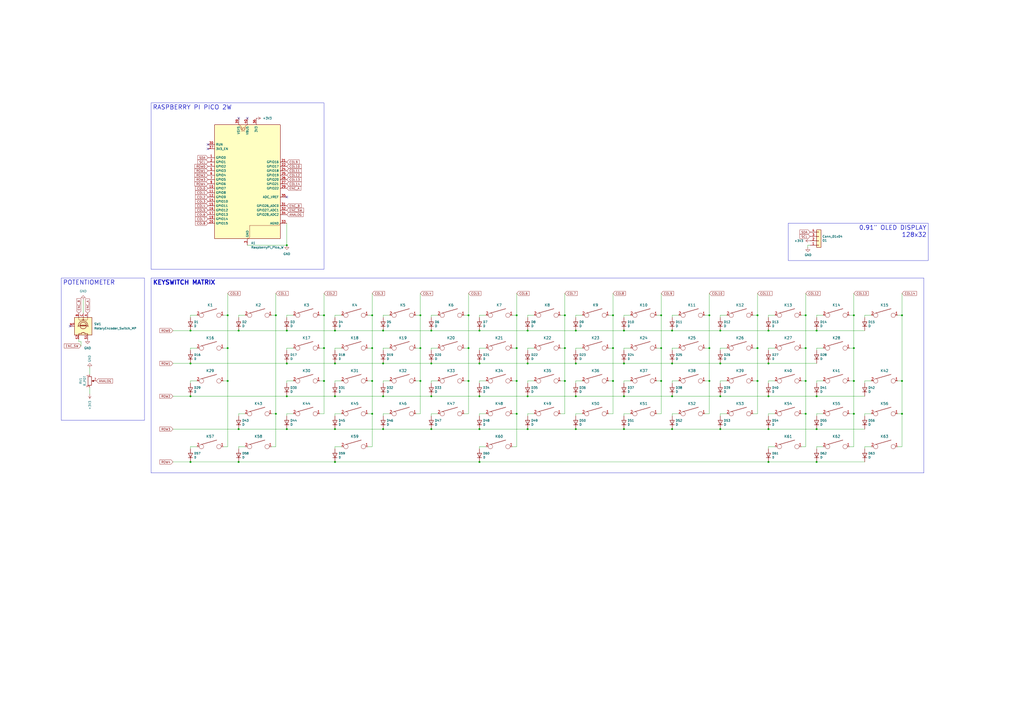
<source format=kicad_sch>
(kicad_sch (version 20250114) (generator "eeschema") (generator_version "9.0")
  (paper "A2")
  (title_block (title "SENTRYBOARD") (date "2026-01-11") (rev "1") (company "Shlok Vaidya"))
  (lib_symbols
    (symbol "Connector_Generic:Conn_01x04" (pin_names (offset 1.016) (hide yes))
      (property "Reference" "J" (at 0 5.08 0))
      (property "Value" "Conn_01x04" (at 0 -7.62 0))
      (symbol "Conn_01x04_1_1"
        (pin passive line (at -5.08 2.54 0) (length 3.81) (name "Pin_1") (number "1"))
        (pin passive line (at -5.08 0 0) (length 3.81) (name "Pin_2") (number "2"))
        (pin passive line (at -5.08 -2.54 0) (length 3.81) (name "Pin_3") (number "3"))
        (pin passive line (at -5.08 -5.08 0) (length 3.81) (name "Pin_4") (number "4"))
      )
    )
    (symbol "Device:D" (pin_numbers (hide yes)) (pin_names (offset 1.016) (hide yes))
      (property "Reference" "D" (at 0 2.54 0))
      (property "Value" "D" (at 0 -2.54 0))
      (symbol "D_1_1"
        (pin passive line (at -3.81 0 0) (length 2.54) (name "K") (number "1"))
        (pin passive line (at 3.81 0 180) (length 2.54) (name "A") (number "2"))
      )
    )
    (symbol "Device:R_POT" (pin_names (offset 1.016) (hide yes))
      (property "Reference" "RV" (at -4.445 0 90))
      (property "Value" "Device_R_POT" (at -2.54 0 90))
      (symbol "R_POT_1_1"
        (pin passive line (at 0 3.81 270) (length 1.27) (name "1") (number "1"))
        (pin passive line (at 0 -3.81 90) (length 1.27) (name "3") (number "3"))
        (pin passive line (at 3.81 0 180) (length 1.27) (name "2") (number "2"))
      )
    )
    (symbol "Device:RotaryEncoder_Switch_MP" (pin_names (offset 0.254) (hide yes))
      (property "Reference" "SW" (at 0 8.89 0))
      (property "Value" "RotaryEncoder_Switch_MP" (at 0 6.35 0))
      (symbol "RotaryEncoder_Switch_MP_1_1"
        (pin passive line (at -7.62 2.54 0) (length 2.54) (name "A") (number "A"))
        (pin passive line (at -7.62 0 0) (length 2.54) (name "C") (number "C"))
        (pin passive line (at -7.62 -2.54 0) (length 2.54) (name "B") (number "B"))
        (pin passive line (at 0 -7.62 90) (length 2.54) (name "MP") (number "MP"))
        (pin passive line (at 7.62 2.54 180) (length 2.54) (name "S1") (number "S1"))
        (pin passive line (at 7.62 -2.54 180) (length 2.54) (name "S2") (number "S2"))
      )
    )
    (symbol "MCU_Module:RaspberryPi_Pico_W" (pin_names (offset 0.762))
      (property "Reference" "A" (at -19.05 35.56 0))
      (property "Value" "RaspberryPi_Pico_W" (at 7.62 35.56 0))
      (symbol "RaspberryPi_Pico_W_1_1"
        (pin passive line (at -22.86 22.86 0) (length 3.81) (name "RUN") (number "30"))
        (pin passive line (at -22.86 20.32 0) (length 3.81) (name "3V3_EN") (number "37"))
        (pin bidirectional line (at -22.86 15.24 0) (length 3.81) (name "GPIO0") (number "1"))
        (pin bidirectional line (at -22.86 12.7 0) (length 3.81) (name "GPIO1") (number "2"))
        (pin bidirectional line (at -22.86 10.16 0) (length 3.81) (name "GPIO2") (number "4"))
        (pin bidirectional line (at -22.86 7.62 0) (length 3.81) (name "GPIO3") (number "5"))
        (pin bidirectional line (at -22.86 5.08 0) (length 3.81) (name "GPIO4") (number "6"))
        (pin bidirectional line (at -22.86 2.54 0) (length 3.81) (name "GPIO5") (number "7"))
        (pin bidirectional line (at -22.86 0 0) (length 3.81) (name "GPIO6") (number "9"))
        (pin bidirectional line (at -22.86 -2.54 0) (length 3.81) (name "GPIO7") (number "10"))
        (pin bidirectional line (at -22.86 -5.08 0) (length 3.81) (name "GPIO8") (number "11"))
        (pin bidirectional line (at -22.86 -7.62 0) (length 3.81) (name "GPIO9") (number "12"))
        (pin bidirectional line (at -22.86 -10.16 0) (length 3.81) (name "GPIO10") (number "14"))
        (pin bidirectional line (at -22.86 -12.7 0) (length 3.81) (name "GPIO11") (number "15"))
        (pin bidirectional line (at -22.86 -15.24 0) (length 3.81) (name "GPIO12") (number "16"))
        (pin bidirectional line (at -22.86 -17.78 0) (length 3.81) (name "GPIO13") (number "17"))
        (pin bidirectional line (at -22.86 -20.32 0) (length 3.81) (name "GPIO14") (number "19"))
        (pin bidirectional line (at -22.86 -22.86 0) (length 3.81) (name "GPIO15") (number "20"))
        (pin power_in line (at -5.08 38.1 270) (length 3.81) (name "VSYS") (number "39"))
        (pin power_out line (at 0 38.1 270) (length 3.81) (name "VBUS") (number "40"))
        (pin passive line (at 0 -35.56 90) (length 3.81) (hide yes) (name "GND") (number "13"))
        (pin passive line (at 0 -35.56 90) (length 3.81) (hide yes) (name "GND") (number "18"))
        (pin passive line (at 0 -35.56 90) (length 3.81) (hide yes) (name "GND") (number "23"))
        (pin passive line (at 0 -35.56 90) (length 3.81) (hide yes) (name "GND") (number "28"))
        (pin power_out line (at 0 -35.56 90) (length 3.81) (name "GND") (number "3"))
        (pin passive line (at 0 -35.56 90) (length 3.81) (hide yes) (name "GND") (number "38"))
        (pin passive line (at 0 -35.56 90) (length 3.81) (hide yes) (name "GND") (number "8"))
        (pin power_out line (at 5.08 38.1 270) (length 3.81) (name "3V3") (number "36"))
        (pin bidirectional line (at 22.86 12.7 180) (length 3.81) (name "GPIO16") (number "21"))
        (pin bidirectional line (at 22.86 10.16 180) (length 3.81) (name "GPIO17") (number "22"))
        (pin bidirectional line (at 22.86 7.62 180) (length 3.81) (name "GPIO18") (number "24"))
        (pin bidirectional line (at 22.86 5.08 180) (length 3.81) (name "GPIO19") (number "25"))
        (pin bidirectional line (at 22.86 2.54 180) (length 3.81) (name "GPIO20") (number "26"))
        (pin bidirectional line (at 22.86 0 180) (length 3.81) (name "GPIO21") (number "27"))
        (pin bidirectional line (at 22.86 -2.54 180) (length 3.81) (name "GPIO22") (number "29"))
        (pin power_in line (at 22.86 -7.62 180) (length 3.81) (name "ADC_VREF") (number "35"))
        (pin bidirectional line (at 22.86 -12.7 180) (length 3.81) (name "GPIO26_ADC0") (number "31"))
        (pin bidirectional line (at 22.86 -15.24 180) (length 3.81) (name "GPIO27_ADC1") (number "32"))
        (pin bidirectional line (at 22.86 -17.78 180) (length 3.81) (name "GPIO28_ADC2") (number "34"))
        (pin power_out line (at 22.86 -22.86 180) (length 3.81) (name "AGND") (number "33"))
      )
    )
    (symbol "keyboard_parts:KEYSW" (pin_names (offset 1.016))
      (property "Reference" "K?" (at -1.27 0 0))
      (symbol "KEYSW_1_1"
        (pin passive line (at -7.62 0 0) (length 1.27) (name "~") (number "2"))
        (pin passive line (at 7.62 0 180) (length 1.27) (name "~") (number "1"))
      )
    )
    (symbol "power:+3V3" (power) (pin_numbers (hide yes)) (pin_names (offset 0) (hide yes))
      (property "Value" "+3V3" (at 0 3.556 0))
      (symbol "+3V3_1_1"
        (pin power_in line (at 0 0 90) (length 0) (name "~") (number "1"))
      )
    )
    (symbol "power:GND" (power) (pin_numbers (hide yes)) (pin_names (offset 0) (hide yes))
      (property "Value" "GND" (at 0 -3.81 0))
      (symbol "GND_1_1"
        (pin power_in line (at 0 0 270) (length 0) (name "~") (number "1"))
      )
    )
  )
  (text_box "POTENTIOMETER" (at 35.56 161.29 0) (size 48.26 82.55) (margins 0.9525 0.9525 0.9525 0.9525) (effects (font (size 2.54 2.54) (thickness 0.254) (bold yes)) (justify left top)))
  (text_box "RASPBERRY PI PICO 2W" (at 87.63 59.69 0) (size 100.33 96.52) (margins 0.9525 0.9525 0.9525 0.9525) (effects (font (size 2.54 2.54) (thickness 0.254) (bold yes)) (justify left top)))
  (text_box "0.91\" OLED DISPLAY\n128x32" (at 457.2 129.54 0) (size 81.28 21.59) (margins 0.9525 0.9525 0.9525 0.9525) (effects (font (size 2.54 2.54) (thickness 0.254) (bold yes)) (justify right top)))
  (text_box "KEYSWITCH MATRIX\n" (at 87.63 161.29 0) (size 448.31 113.03) (margins 0.9525 0.9525 0.9525 0.9525) (effects (font (size 2.54 2.54) (thickness 0.508) (bold yes)) (justify left top)))
  (junction (at 110.49 191.77))
  (junction (at 187.96 201.93))
  (junction (at 166.37 191.77))
  (junction (at 495.3 182.88))
  (junction (at 138.43 267.97))
  (junction (at 299.72 240.03))
  (junction (at 278.13 210.82))
  (junction (at 138.43 191.77))
  (junction (at 243.84 220.98))
  (junction (at 278.13 248.92))
  (junction (at 383.54 201.93))
  (junction (at 160.02 240.03))
  (junction (at 160.02 182.88))
  (junction (at 361.95 191.77))
  (junction (at 327.66 201.93))
  (junction (at 495.3 220.98))
  (junction (at 473.71 191.77))
  (junction (at 445.77 191.77))
  (junction (at 411.48 220.98))
  (junction (at 334.01 229.87))
  (junction (at 222.25 248.92))
  (junction (at 445.77 210.82))
  (junction (at 187.96 220.98))
  (junction (at 194.31 267.97))
  (junction (at 389.89 210.82))
  (junction (at 334.01 191.77))
  (junction (at 250.19 191.77))
  (junction (at 355.6 220.98))
  (junction (at 355.6 182.88))
  (junction (at 327.66 220.98))
  (junction (at 166.37 248.92))
  (junction (at 327.66 182.88))
  (junction (at 473.71 267.97))
  (junction (at 439.42 201.93))
  (junction (at 110.49 210.82))
  (junction (at 278.13 267.97))
  (junction (at 523.24 220.98))
  (junction (at 250.19 210.82))
  (junction (at 417.83 229.87))
  (junction (at 523.24 182.88))
  (junction (at 250.19 248.92))
  (junction (at 467.36 240.03))
  (junction (at 215.9 220.98))
  (junction (at 243.84 182.88))
  (junction (at 132.08 182.88))
  (junction (at 473.71 248.92))
  (junction (at 132.08 201.93))
  (junction (at 166.37 210.82))
  (junction (at 194.31 191.77))
  (junction (at 215.9 201.93))
  (junction (at 194.31 248.92))
  (junction (at 445.77 248.92))
  (junction (at 467.36 182.88))
  (junction (at 299.72 182.88))
  (junction (at 166.37 229.87))
  (junction (at 166.37 142.24))
  (junction (at 467.36 220.98))
  (junction (at 222.25 229.87))
  (junction (at 306.07 229.87))
  (junction (at 334.01 210.82))
  (junction (at 439.42 182.88))
  (junction (at 411.48 182.88))
  (junction (at 271.78 182.88))
  (junction (at 361.95 229.87))
  (junction (at 334.01 248.92))
  (junction (at 306.07 210.82))
  (junction (at 243.84 201.93))
  (junction (at 278.13 229.87))
  (junction (at 110.49 229.87))
  (junction (at 389.89 191.77))
  (junction (at 194.31 210.82))
  (junction (at 110.49 267.97))
  (junction (at 495.3 201.93))
  (junction (at 194.31 229.87))
  (junction (at 445.77 267.97))
  (junction (at 299.72 201.93))
  (junction (at 383.54 182.88))
  (junction (at 215.9 182.88))
  (junction (at 417.83 210.82))
  (junction (at 361.95 210.82))
  (junction (at 411.48 201.93))
  (junction (at 467.36 201.93))
  (junction (at 138.43 248.92))
  (junction (at 473.71 229.87))
  (junction (at 361.95 248.92))
  (junction (at 383.54 220.98))
  (junction (at 439.42 220.98))
  (junction (at 215.9 240.03))
  (junction (at 495.3 240.03))
  (junction (at 222.25 210.82))
  (junction (at 389.89 229.87))
  (junction (at 389.89 248.92))
  (junction (at 222.25 191.77))
  (junction (at 355.6 201.93))
  (junction (at 523.24 240.03))
  (junction (at 132.08 220.98))
  (junction (at 417.83 248.92))
  (junction (at 271.78 201.93))
  (junction (at 306.07 191.77))
  (junction (at 187.96 182.88))
  (junction (at 250.19 229.87))
  (junction (at 299.72 220.98))
  (junction (at 417.83 191.77))
  (junction (at 445.77 229.87))
  (junction (at 278.13 191.77))
  (junction (at 271.78 220.98))
  (junction (at 306.07 248.92))
  (no_connect (at 138.43 68.58))
  (no_connect (at 166.37 114.3))
  (no_connect (at 143.51 68.58))
  (no_connect (at 120.65 83.82))
  (no_connect (at 40.64 189.23))
  (no_connect (at 120.65 86.36))
  (wire (pts (xy 353.06 201.93) (xy 355.6 201.93)))
  (wire (pts (xy 389.89 201.93) (xy 393.7 201.93)))
  (wire (pts (xy 361.95 182.88) (xy 361.95 184.15)))
  (wire (pts (xy 222.25 201.93) (xy 222.25 203.2)))
  (wire (pts (xy 250.19 182.88) (xy 254 182.88)))
  (wire (pts (xy 278.13 201.93) (xy 278.13 203.2)))
  (wire (pts (xy 473.71 182.88) (xy 473.71 184.15)))
  (wire (pts (xy 52.07 217.17) (xy 52.07 213.36)))
  (wire (pts (xy 334.01 201.93) (xy 337.82 201.93)))
  (wire (pts (xy 355.6 220.98) (xy 355.6 201.93)))
  (wire (pts (xy 250.19 240.03) (xy 250.19 241.3)))
  (wire (pts (xy 278.13 182.88) (xy 278.13 184.15)))
  (wire (pts (xy 110.49 259.08) (xy 110.49 260.35)))
  (wire (pts (xy 492.76 201.93) (xy 495.3 201.93)))
  (wire (pts (xy 473.71 240.03) (xy 473.71 241.3)))
  (wire (pts (xy 389.89 248.92) (xy 361.95 248.92)))
  (wire (pts (xy 138.43 240.03) (xy 138.43 241.3)))
  (wire (pts (xy 166.37 142.24) (xy 143.51 142.24)))
  (wire (pts (xy 445.77 201.93) (xy 445.77 203.2)))
  (wire (pts (xy 194.31 182.88) (xy 198.12 182.88)))
  (wire (pts (xy 278.13 259.08) (xy 281.94 259.08)))
  (wire (pts (xy 110.49 220.98) (xy 110.49 222.25)))
  (wire (pts (xy 138.43 259.08) (xy 138.43 260.35)))
  (wire (pts (xy 383.54 220.98) (xy 383.54 201.93)))
  (wire (pts (xy 110.49 267.97) (xy 100.33 267.97)))
  (wire (pts (xy 334.01 240.03) (xy 334.01 241.3)))
  (wire (pts (xy 353.06 240.03) (xy 355.6 240.03)))
  (wire (pts (xy 389.89 191.77) (xy 361.95 191.77)))
  (wire (pts (xy 166.37 240.03) (xy 170.18 240.03)))
  (wire (pts (xy 361.95 191.77) (xy 334.01 191.77)))
  (wire (pts (xy 381 201.93) (xy 383.54 201.93)))
  (wire (pts (xy 520.7 220.98) (xy 523.24 220.98)))
  (wire (pts (xy 278.13 220.98) (xy 278.13 222.25)))
  (wire (pts (xy 132.08 259.08) (xy 132.08 220.98)))
  (wire (pts (xy 445.77 182.88) (xy 445.77 184.15)))
  (wire (pts (xy 495.3 259.08) (xy 495.3 240.03)))
  (wire (pts (xy 306.07 191.77) (xy 278.13 191.77)))
  (wire (pts (xy 185.42 240.03) (xy 187.96 240.03)))
  (wire (pts (xy 325.12 182.88) (xy 327.66 182.88)))
  (wire (pts (xy 439.42 240.03) (xy 439.42 220.98)))
  (wire (pts (xy 445.77 220.98) (xy 449.58 220.98)))
  (wire (pts (xy 250.19 220.98) (xy 250.19 222.25)))
  (wire (pts (xy 417.83 220.98) (xy 417.83 222.25)))
  (wire (pts (xy 355.6 201.93) (xy 355.6 182.88)))
  (wire (pts (xy 436.88 182.88) (xy 439.42 182.88)))
  (wire (pts (xy 215.9 201.93) (xy 215.9 182.88)))
  (wire (pts (xy 473.71 259.08) (xy 477.52 259.08)))
  (wire (pts (xy 445.77 240.03) (xy 445.77 241.3)))
  (wire (pts (xy 501.65 182.88) (xy 501.65 184.15)))
  (wire (pts (xy 213.36 240.03) (xy 215.9 240.03)))
  (wire (pts (xy 361.95 220.98) (xy 365.76 220.98)))
  (wire (pts (xy 445.77 210.82) (xy 417.83 210.82)))
  (wire (pts (xy 495.3 201.93) (xy 495.3 182.88)))
  (wire (pts (xy 445.77 248.92) (xy 417.83 248.92)))
  (wire (pts (xy 194.31 201.93) (xy 194.31 203.2)))
  (wire (pts (xy 278.13 267.97) (xy 194.31 267.97)))
  (wire (pts (xy 495.3 182.88) (xy 495.3 170.18)))
  (wire (pts (xy 194.31 220.98) (xy 194.31 222.25)))
  (wire (pts (xy 306.07 182.88) (xy 306.07 184.15)))
  (wire (pts (xy 436.88 240.03) (xy 439.42 240.03)))
  (wire (pts (xy 241.3 201.93) (xy 243.84 201.93)))
  (wire (pts (xy 473.71 240.03) (xy 477.52 240.03)))
  (wire (pts (xy 299.72 259.08) (xy 299.72 240.03)))
  (wire (pts (xy 417.83 220.98) (xy 421.64 220.98)))
  (wire (pts (xy 271.78 220.98) (xy 271.78 201.93)))
  (wire (pts (xy 389.89 240.03) (xy 389.89 241.3)))
  (wire (pts (xy 473.71 267.97) (xy 445.77 267.97)))
  (wire (pts (xy 501.65 267.97) (xy 473.71 267.97)))
  (wire (pts (xy 520.7 182.88) (xy 523.24 182.88)))
  (wire (pts (xy 417.83 240.03) (xy 417.83 241.3)))
  (wire (pts (xy 132.08 220.98) (xy 132.08 201.93)))
  (wire (pts (xy 166.37 220.98) (xy 170.18 220.98)))
  (wire (pts (xy 187.96 182.88) (xy 187.96 170.18)))
  (wire (pts (xy 52.07 224.79) (xy 52.07 228.6)))
  (wire (pts (xy 250.19 182.88) (xy 250.19 184.15)))
  (wire (pts (xy 306.07 248.92) (xy 278.13 248.92)))
  (wire (pts (xy 215.9 182.88) (xy 215.9 170.18)))
  (wire (pts (xy 250.19 229.87) (xy 222.25 229.87)))
  (wire (pts (xy 381 240.03) (xy 383.54 240.03)))
  (wire (pts (xy 278.13 210.82) (xy 250.19 210.82)))
  (wire (pts (xy 334.01 229.87) (xy 306.07 229.87)))
  (wire (pts (xy 110.49 191.77) (xy 100.33 191.77)))
  (wire (pts (xy 278.13 191.77) (xy 250.19 191.77)))
  (wire (pts (xy 464.82 240.03) (xy 467.36 240.03)))
  (wire (pts (xy 297.18 182.88) (xy 299.72 182.88)))
  (wire (pts (xy 166.37 182.88) (xy 170.18 182.88)))
  (wire (pts (xy 166.37 191.77) (xy 138.43 191.77)))
  (wire (pts (xy 445.77 191.77) (xy 417.83 191.77)))
  (wire (pts (xy 271.78 182.88) (xy 271.78 170.18)))
  (wire (pts (xy 417.83 210.82) (xy 389.89 210.82)))
  (wire (pts (xy 297.18 259.08) (xy 299.72 259.08)))
  (wire (pts (xy 306.07 182.88) (xy 309.88 182.88)))
  (wire (pts (xy 334.01 220.98) (xy 337.82 220.98)))
  (wire (pts (xy 166.37 220.98) (xy 166.37 222.25)))
  (wire (pts (xy 327.66 240.03) (xy 327.66 220.98)))
  (wire (pts (xy 408.94 201.93) (xy 411.48 201.93)))
  (wire (pts (xy 355.6 182.88) (xy 355.6 170.18)))
  (wire (pts (xy 325.12 240.03) (xy 327.66 240.03)))
  (wire (pts (xy 194.31 240.03) (xy 194.31 241.3)))
  (wire (pts (xy 269.24 220.98) (xy 271.78 220.98)))
  (wire (pts (xy 241.3 220.98) (xy 243.84 220.98)))
  (wire (pts (xy 464.82 182.88) (xy 467.36 182.88)))
  (wire (pts (xy 132.08 201.93) (xy 132.08 182.88)))
  (wire (pts (xy 160.02 240.03) (xy 160.02 182.88)))
  (wire (pts (xy 383.54 240.03) (xy 383.54 220.98)))
  (wire (pts (xy 166.37 229.87) (xy 110.49 229.87)))
  (wire (pts (xy 325.12 201.93) (xy 327.66 201.93)))
  (wire (pts (xy 297.18 220.98) (xy 299.72 220.98)))
  (wire (pts (xy 194.31 240.03) (xy 198.12 240.03)))
  (wire (pts (xy 327.66 201.93) (xy 327.66 182.88)))
  (wire (pts (xy 306.07 201.93) (xy 309.88 201.93)))
  (wire (pts (xy 157.48 259.08) (xy 160.02 259.08)))
  (wire (pts (xy 110.49 182.88) (xy 110.49 184.15)))
  (wire (pts (xy 46.99 200.66) (xy 46.99 198.12)))
  (wire (pts (xy 464.82 220.98) (xy 467.36 220.98)))
  (wire (pts (xy 381 182.88) (xy 383.54 182.88)))
  (wire (pts (xy 417.83 201.93) (xy 421.64 201.93)))
  (wire (pts (xy 185.42 182.88) (xy 187.96 182.88)))
  (wire (pts (xy 520.7 259.08) (xy 523.24 259.08)))
  (wire (pts (xy 250.19 191.77) (xy 222.25 191.77)))
  (wire (pts (xy 306.07 240.03) (xy 306.07 241.3)))
  (wire (pts (xy 334.01 201.93) (xy 334.01 203.2)))
  (wire (pts (xy 166.37 240.03) (xy 166.37 241.3)))
  (wire (pts (xy 129.54 220.98) (xy 132.08 220.98)))
  (wire (pts (xy 138.43 240.03) (xy 142.24 240.03)))
  (wire (pts (xy 110.49 220.98) (xy 114.3 220.98)))
  (wire (pts (xy 46.99 198.12) (xy 45.72 198.12)))
  (wire (pts (xy 250.19 220.98) (xy 254 220.98)))
  (wire (pts (xy 185.42 201.93) (xy 187.96 201.93)))
  (wire (pts (xy 241.3 182.88) (xy 243.84 182.88)))
  (wire (pts (xy 278.13 201.93) (xy 281.94 201.93)))
  (wire (pts (xy 383.54 201.93) (xy 383.54 182.88)))
  (wire (pts (xy 408.94 220.98) (xy 411.48 220.98)))
  (wire (pts (xy 306.07 229.87) (xy 278.13 229.87)))
  (wire (pts (xy 166.37 248.92) (xy 138.43 248.92)))
  (wire (pts (xy 194.31 267.97) (xy 138.43 267.97)))
  (wire (pts (xy 334.01 210.82) (xy 306.07 210.82)))
  (wire (pts (xy 222.25 240.03) (xy 226.06 240.03)))
  (wire (pts (xy 467.36 259.08) (xy 467.36 240.03)))
  (wire (pts (xy 361.95 210.82) (xy 334.01 210.82)))
  (wire (pts (xy 361.95 240.03) (xy 361.95 241.3)))
  (wire (pts (xy 222.25 201.93) (xy 226.06 201.93)))
  (wire (pts (xy 439.42 201.93) (xy 439.42 182.88)))
  (wire (pts (xy 383.54 182.88) (xy 383.54 170.18)))
  (wire (pts (xy 187.96 220.98) (xy 187.96 201.93)))
  (wire (pts (xy 411.48 220.98) (xy 411.48 201.93)))
  (wire (pts (xy 334.01 182.88) (xy 337.82 182.88)))
  (wire (pts (xy 445.77 259.08) (xy 449.58 259.08)))
  (wire (pts (xy 417.83 201.93) (xy 417.83 203.2)))
  (wire (pts (xy 445.77 220.98) (xy 445.77 222.25)))
  (wire (pts (xy 129.54 259.08) (xy 132.08 259.08)))
  (wire (pts (xy 389.89 229.87) (xy 361.95 229.87)))
  (wire (pts (xy 138.43 248.92) (xy 100.33 248.92)))
  (wire (pts (xy 501.65 220.98) (xy 505.46 220.98)))
  (wire (pts (xy 334.01 191.77) (xy 306.07 191.77)))
  (wire (pts (xy 411.48 201.93) (xy 411.48 182.88)))
  (wire (pts (xy 327.66 220.98) (xy 327.66 201.93)))
  (wire (pts (xy 306.07 220.98) (xy 309.88 220.98)))
  (wire (pts (xy 464.82 259.08) (xy 467.36 259.08)))
  (wire (pts (xy 215.9 240.03) (xy 215.9 220.98)))
  (wire (pts (xy 243.84 182.88) (xy 243.84 170.18)))
  (wire (pts (xy 187.96 240.03) (xy 187.96 220.98)))
  (wire (pts (xy 157.48 182.88) (xy 160.02 182.88)))
  (wire (pts (xy 243.84 220.98) (xy 243.84 201.93)))
  (wire (pts (xy 361.95 248.92) (xy 334.01 248.92)))
  (wire (pts (xy 361.95 240.03) (xy 365.76 240.03)))
  (wire (pts (xy 436.88 220.98) (xy 439.42 220.98)))
  (wire (pts (xy 492.76 240.03) (xy 495.3 240.03)))
  (wire (pts (xy 215.9 220.98) (xy 215.9 201.93)))
  (wire (pts (xy 138.43 182.88) (xy 142.24 182.88)))
  (wire (pts (xy 194.31 220.98) (xy 198.12 220.98)))
  (wire (pts (xy 501.65 259.08) (xy 505.46 259.08)))
  (wire (pts (xy 473.71 201.93) (xy 473.71 203.2)))
  (wire (pts (xy 213.36 259.08) (xy 215.9 259.08)))
  (wire (pts (xy 250.19 210.82) (xy 222.25 210.82)))
  (wire (pts (xy 501.65 220.98) (xy 501.65 222.25)))
  (wire (pts (xy 381 220.98) (xy 383.54 220.98)))
  (wire (pts (xy 271.78 201.93) (xy 271.78 182.88)))
  (wire (pts (xy 467.36 182.88) (xy 467.36 170.18)))
  (wire (pts (xy 269.24 201.93) (xy 271.78 201.93)))
  (wire (pts (xy 445.77 182.88) (xy 449.58 182.88)))
  (wire (pts (xy 389.89 220.98) (xy 393.7 220.98)))
  (wire (pts (xy 299.72 240.03) (xy 299.72 220.98)))
  (wire (pts (xy 243.84 240.03) (xy 243.84 220.98)))
  (wire (pts (xy 467.36 240.03) (xy 467.36 220.98)))
  (wire (pts (xy 389.89 240.03) (xy 393.7 240.03)))
  (wire (pts (xy 306.07 210.82) (xy 278.13 210.82)))
  (wire (pts (xy 222.25 191.77) (xy 194.31 191.77)))
  (wire (pts (xy 389.89 182.88) (xy 389.89 184.15)))
  (wire (pts (xy 325.12 220.98) (xy 327.66 220.98)))
  (wire (pts (xy 222.25 220.98) (xy 226.06 220.98)))
  (wire (pts (xy 160.02 259.08) (xy 160.02 240.03)))
  (wire (pts (xy 306.07 201.93) (xy 306.07 203.2)))
  (wire (pts (xy 327.66 182.88) (xy 327.66 170.18)))
  (wire (pts (xy 334.01 240.03) (xy 337.82 240.03)))
  (wire (pts (xy 213.36 201.93) (xy 215.9 201.93)))
  (wire (pts (xy 464.82 201.93) (xy 467.36 201.93)))
  (wire (pts (xy 215.9 259.08) (xy 215.9 240.03)))
  (wire (pts (xy 299.72 201.93) (xy 299.72 182.88)))
  (wire (pts (xy 439.42 220.98) (xy 439.42 201.93)))
  (wire (pts (xy 445.77 229.87) (xy 417.83 229.87)))
  (wire (pts (xy 166.37 129.54) (xy 166.37 142.24)))
  (wire (pts (xy 473.71 182.88) (xy 477.52 182.88)))
  (wire (pts (xy 222.25 210.82) (xy 194.31 210.82)))
  (wire (pts (xy 278.13 182.88) (xy 281.94 182.88)))
  (wire (pts (xy 473.71 210.82) (xy 445.77 210.82)))
  (wire (pts (xy 417.83 248.92) (xy 389.89 248.92)))
  (wire (pts (xy 361.95 201.93) (xy 361.95 203.2)))
  (wire (pts (xy 411.48 182.88) (xy 411.48 170.18)))
  (wire (pts (xy 445.77 267.97) (xy 278.13 267.97)))
  (wire (pts (xy 213.36 220.98) (xy 215.9 220.98)))
  (wire (pts (xy 110.49 229.87) (xy 100.33 229.87)))
  (wire (pts (xy 166.37 182.88) (xy 166.37 184.15)))
  (wire (pts (xy 194.31 229.87) (xy 166.37 229.87)))
  (wire (pts (xy 48.26 173.99) (xy 48.26 181.61)))
  (wire (pts (xy 45.72 198.12) (xy 45.72 196.85)))
  (wire (pts (xy 389.89 201.93) (xy 389.89 203.2)))
  (wire (pts (xy 138.43 259.08) (xy 142.24 259.08)))
  (wire (pts (xy 353.06 220.98) (xy 355.6 220.98)))
  (wire (pts (xy 523.24 240.03) (xy 523.24 220.98)))
  (wire (pts (xy 501.65 191.77) (xy 473.71 191.77)))
  (wire (pts (xy 278.13 240.03) (xy 281.94 240.03)))
  (wire (pts (xy 445.77 240.03) (xy 449.58 240.03)))
  (wire (pts (xy 129.54 201.93) (xy 132.08 201.93)))
  (wire (pts (xy 110.49 182.88) (xy 114.3 182.88)))
  (wire (pts (xy 473.71 259.08) (xy 473.71 260.35)))
  (wire (pts (xy 473.71 248.92) (xy 445.77 248.92)))
  (wire (pts (xy 501.65 259.08) (xy 501.65 260.35)))
  (wire (pts (xy 468.63 142.24) (xy 469.9 142.24)))
  (wire (pts (xy 334.01 182.88) (xy 334.01 184.15)))
  (wire (pts (xy 213.36 182.88) (xy 215.9 182.88)))
  (wire (pts (xy 501.65 182.88) (xy 505.46 182.88)))
  (wire (pts (xy 417.83 229.87) (xy 389.89 229.87)))
  (wire (pts (xy 269.24 240.03) (xy 271.78 240.03)))
  (wire (pts (xy 389.89 210.82) (xy 361.95 210.82)))
  (wire (pts (xy 473.71 229.87) (xy 445.77 229.87)))
  (wire (pts (xy 495.3 240.03) (xy 495.3 220.98)))
  (wire (pts (xy 299.72 220.98) (xy 299.72 201.93)))
  (wire (pts (xy 361.95 201.93) (xy 365.76 201.93)))
  (wire (pts (xy 138.43 182.88) (xy 138.43 184.15)))
  (wire (pts (xy 243.84 201.93) (xy 243.84 182.88)))
  (wire (pts (xy 361.95 182.88) (xy 365.76 182.88)))
  (wire (pts (xy 278.13 259.08) (xy 278.13 260.35)))
  (wire (pts (xy 194.31 259.08) (xy 198.12 259.08)))
  (wire (pts (xy 411.48 240.03) (xy 411.48 220.98)))
  (wire (pts (xy 389.89 182.88) (xy 393.7 182.88)))
  (wire (pts (xy 361.95 229.87) (xy 334.01 229.87)))
  (wire (pts (xy 278.13 248.92) (xy 250.19 248.92)))
  (wire (pts (xy 445.77 201.93) (xy 449.58 201.93)))
  (wire (pts (xy 353.06 182.88) (xy 355.6 182.88)))
  (wire (pts (xy 417.83 191.77) (xy 389.89 191.77)))
  (wire (pts (xy 355.6 240.03) (xy 355.6 220.98)))
  (wire (pts (xy 436.88 201.93) (xy 439.42 201.93)))
  (wire (pts (xy 299.72 182.88) (xy 299.72 170.18)))
  (wire (pts (xy 306.07 240.03) (xy 309.88 240.03)))
  (wire (pts (xy 468.63 142.24) (xy 468.63 143.51)))
  (wire (pts (xy 492.76 259.08) (xy 495.3 259.08)))
  (wire (pts (xy 138.43 267.97) (xy 110.49 267.97)))
  (wire (pts (xy 194.31 182.88) (xy 194.31 184.15)))
  (wire (pts (xy 501.65 240.03) (xy 505.46 240.03)))
  (wire (pts (xy 523.24 182.88) (xy 523.24 170.18)))
  (wire (pts (xy 110.49 201.93) (xy 110.49 203.2)))
  (wire (pts (xy 389.89 220.98) (xy 389.89 222.25)))
  (wire (pts (xy 467.36 220.98) (xy 467.36 201.93)))
  (wire (pts (xy 408.94 182.88) (xy 411.48 182.88)))
  (wire (pts (xy 129.54 182.88) (xy 132.08 182.88)))
  (wire (pts (xy 110.49 210.82) (xy 100.33 210.82)))
  (wire (pts (xy 417.83 182.88) (xy 421.64 182.88)))
  (wire (pts (xy 501.65 248.92) (xy 473.71 248.92)))
  (wire (pts (xy 297.18 201.93) (xy 299.72 201.93)))
  (wire (pts (xy 334.01 220.98) (xy 334.01 222.25)))
  (wire (pts (xy 523.24 220.98) (xy 523.24 182.88)))
  (wire (pts (xy 473.71 220.98) (xy 477.52 220.98)))
  (wire (pts (xy 269.24 182.88) (xy 271.78 182.88)))
  (wire (pts (xy 194.31 248.92) (xy 166.37 248.92)))
  (wire (pts (xy 473.71 201.93) (xy 477.52 201.93)))
  (wire (pts (xy 194.31 201.93) (xy 198.12 201.93)))
  (wire (pts (xy 250.19 201.93) (xy 250.19 203.2)))
  (wire (pts (xy 439.42 182.88) (xy 439.42 170.18)))
  (wire (pts (xy 334.01 248.92) (xy 306.07 248.92)))
  (wire (pts (xy 222.25 182.88) (xy 222.25 184.15)))
  (wire (pts (xy 278.13 240.03) (xy 278.13 241.3)))
  (wire (pts (xy 278.13 220.98) (xy 281.94 220.98)))
  (wire (pts (xy 110.49 259.08) (xy 114.3 259.08)))
  (wire (pts (xy 222.25 248.92) (xy 194.31 248.92)))
  (wire (pts (xy 501.65 229.87) (xy 473.71 229.87)))
  (wire (pts (xy 473.71 220.98) (xy 473.71 222.25)))
  (wire (pts (xy 297.18 240.03) (xy 299.72 240.03)))
  (wire (pts (xy 520.7 240.03) (xy 523.24 240.03)))
  (wire (pts (xy 187.96 201.93) (xy 187.96 182.88)))
  (wire (pts (xy 250.19 201.93) (xy 254 201.93)))
  (wire (pts (xy 271.78 220.98) (xy 271.78 240.03)))
  (wire (pts (xy 166.37 201.93) (xy 166.37 203.2)))
  (wire (pts (xy 408.94 240.03) (xy 411.48 240.03)))
  (wire (pts (xy 501.65 240.03) (xy 501.65 241.3)))
  (wire (pts (xy 194.31 259.08) (xy 194.31 260.35)))
  (wire (pts (xy 194.31 191.77) (xy 166.37 191.77)))
  (wire (pts (xy 417.83 240.03) (xy 421.64 240.03)))
  (wire (pts (xy 445.77 259.08) (xy 445.77 260.35)))
  (wire (pts (xy 222.25 182.88) (xy 226.06 182.88)))
  (wire (pts (xy 166.37 201.93) (xy 170.18 201.93)))
  (wire (pts (xy 194.31 210.82) (xy 166.37 210.82)))
  (wire (pts (xy 166.37 210.82) (xy 110.49 210.82)))
  (wire (pts (xy 157.48 240.03) (xy 160.02 240.03)))
  (wire (pts (xy 306.07 220.98) (xy 306.07 222.25)))
  (wire (pts (xy 185.42 220.98) (xy 187.96 220.98)))
  (wire (pts (xy 222.25 240.03) (xy 222.25 241.3)))
  (wire (pts (xy 278.13 229.87) (xy 250.19 229.87)))
  (wire (pts (xy 160.02 182.88) (xy 160.02 170.18)))
  (wire (pts (xy 467.36 201.93) (xy 467.36 182.88)))
  (wire (pts (xy 495.3 220.98) (xy 495.3 201.93)))
  (wire (pts (xy 241.3 240.03) (xy 243.84 240.03)))
  (wire (pts (xy 417.83 182.88) (xy 417.83 184.15)))
  (wire (pts (xy 222.25 220.98) (xy 222.25 222.25)))
  (wire (pts (xy 523.24 259.08) (xy 523.24 240.03)))
  (wire (pts (xy 492.76 220.98) (xy 495.3 220.98)))
  (wire (pts (xy 250.19 240.03) (xy 254 240.03)))
  (wire (pts (xy 250.19 248.92) (xy 222.25 248.92)))
  (wire (pts (xy 473.71 191.77) (xy 445.77 191.77)))
  (wire (pts (xy 222.25 229.87) (xy 194.31 229.87)))
  (wire (pts (xy 492.76 182.88) (xy 495.3 182.88)))
  (wire (pts (xy 110.49 201.93) (xy 114.3 201.93)))
  (wire (pts (xy 138.43 191.77) (xy 110.49 191.77)))
  (wire (pts (xy 361.95 220.98) (xy 361.95 222.25)))
  (wire (pts (xy 132.08 182.88) (xy 132.08 170.18)))
  (global_label "COL9" (shape input) (at 166.37 93.98 0) (property "Intersheetrefs" "${INTERSHEET_REFS}" (effects (hide yes))))
  (global_label "ANALOG" (shape input) (at 55.88 220.98 0) (property "Intersheetrefs" "${INTERSHEET_REFS}" (effects (hide yes))))
  (global_label "ROW1" (shape input) (at 100.33 210.82 180) (property "Intersheetrefs" "${INTERSHEET_REFS}" (effects (hide yes))))
  (global_label "COL11" (shape input) (at 439.42 170.18 0) (property "Intersheetrefs" "${INTERSHEET_REFS}" (effects (hide yes))))
  (global_label "ANALOG" (shape input) (at 166.37 124.46 0) (property "Intersheetrefs" "${INTERSHEET_REFS}" (effects (hide yes))))
  (global_label "COL0" (shape input) (at 132.08 170.18 0) (property "Intersheetrefs" "${INTERSHEET_REFS}" (effects (hide yes))))
  (global_label "COL8" (shape input) (at 120.65 129.54 180) (property "Intersheetrefs" "${INTERSHEET_REFS}" (effects (hide yes))))
  (global_label "ENC_SW" (shape input) (at 166.37 121.92 0) (property "Intersheetrefs" "${INTERSHEET_REFS}" (effects (hide yes))))
  (global_label "COL1" (shape input) (at 160.02 170.18 0) (property "Intersheetrefs" "${INTERSHEET_REFS}" (effects (hide yes))))
  (global_label "ROW3" (shape input) (at 100.33 248.92 180) (property "Intersheetrefs" "${INTERSHEET_REFS}" (effects (hide yes))))
  (global_label "ROW2" (shape input) (at 100.33 229.87 180) (property "Intersheetrefs" "${INTERSHEET_REFS}" (effects (hide yes))))
  (global_label "COL9" (shape input) (at 383.54 170.18 0) (property "Intersheetrefs" "${INTERSHEET_REFS}" (effects (hide yes))))
  (global_label "COL11" (shape input) (at 166.37 99.06 0) (property "Intersheetrefs" "${INTERSHEET_REFS}" (effects (hide yes))))
  (global_label "COL5" (shape input) (at 271.78 170.18 0) (property "Intersheetrefs" "${INTERSHEET_REFS}" (effects (hide yes))))
  (global_label "ENC_SW" (shape input) (at 46.99 200.66 180) (property "Intersheetrefs" "${INTERSHEET_REFS}" (effects (hide yes))))
  (global_label "SCL" (shape input) (at 469.9 137.16 180) (property "Intersheetrefs" "${INTERSHEET_REFS}" (effects (hide yes))))
  (global_label "COL2" (shape input) (at 120.65 114.3 180) (property "Intersheetrefs" "${INTERSHEET_REFS}" (effects (hide yes))))
  (global_label "COL6" (shape input) (at 120.65 124.46 180) (property "Intersheetrefs" "${INTERSHEET_REFS}" (effects (hide yes))))
  (global_label "COL13" (shape input) (at 166.37 104.14 0) (property "Intersheetrefs" "${INTERSHEET_REFS}" (effects (hide yes))))
  (global_label "SDA" (shape input) (at 469.9 134.62 180) (property "Intersheetrefs" "${INTERSHEET_REFS}" (effects (hide yes))))
  (global_label "ROW2" (shape input) (at 120.65 101.6 180) (property "Intersheetrefs" "${INTERSHEET_REFS}" (effects (hide yes))))
  (global_label "COL3" (shape input) (at 215.9 170.18 0) (property "Intersheetrefs" "${INTERSHEET_REFS}" (effects (hide yes))))
  (global_label "COL3" (shape input) (at 120.65 116.84 180) (property "Intersheetrefs" "${INTERSHEET_REFS}" (effects (hide yes))))
  (global_label "COL2" (shape input) (at 187.96 170.18 0) (property "Intersheetrefs" "${INTERSHEET_REFS}" (effects (hide yes))))
  (global_label "COL4" (shape input) (at 120.65 119.38 180) (property "Intersheetrefs" "${INTERSHEET_REFS}" (effects (hide yes))))
  (global_label "COL7" (shape input) (at 327.66 170.18 0) (property "Intersheetrefs" "${INTERSHEET_REFS}" (effects (hide yes))))
  (global_label "COL5" (shape input) (at 120.65 121.92 180) (property "Intersheetrefs" "${INTERSHEET_REFS}" (effects (hide yes))))
  (global_label "SCL" (shape input) (at 120.65 93.98 180) (property "Intersheetrefs" "${INTERSHEET_REFS}" (effects (hide yes))))
  (global_label "COL14" (shape input) (at 523.24 170.18 0) (property "Intersheetrefs" "${INTERSHEET_REFS}" (effects (hide yes))))
  (global_label "ROW4" (shape input) (at 120.65 106.68 180) (property "Intersheetrefs" "${INTERSHEET_REFS}" (effects (hide yes))))
  (global_label "ROW1" (shape input) (at 120.65 99.06 180) (property "Intersheetrefs" "${INTERSHEET_REFS}" (effects (hide yes))))
  (global_label "ENC_B" (shape input) (at 166.37 119.38 0) (property "Intersheetrefs" "${INTERSHEET_REFS}" (effects (hide yes))))
  (global_label "COL0" (shape input) (at 120.65 109.22 180) (property "Intersheetrefs" "${INTERSHEET_REFS}" (effects (hide yes))))
  (global_label "COL10" (shape input) (at 166.37 96.52 0) (property "Intersheetrefs" "${INTERSHEET_REFS}" (effects (hide yes))))
  (global_label "COL8" (shape input) (at 355.6 170.18 0) (property "Intersheetrefs" "${INTERSHEET_REFS}" (effects (hide yes))))
  (global_label "COL6" (shape input) (at 299.72 170.18 0) (property "Intersheetrefs" "${INTERSHEET_REFS}" (effects (hide yes))))
  (global_label "ENC_B" (shape input) (at 45.72 181.61 90) (property "Intersheetrefs" "${INTERSHEET_REFS}" (effects (hide yes))))
  (global_label "COL7" (shape input) (at 120.65 127 180) (property "Intersheetrefs" "${INTERSHEET_REFS}" (effects (hide yes))))
  (global_label "ROW0" (shape input) (at 120.65 96.52 180) (property "Intersheetrefs" "${INTERSHEET_REFS}" (effects (hide yes))))
  (global_label "ENC_A" (shape input) (at 166.37 109.22 0) (property "Intersheetrefs" "${INTERSHEET_REFS}" (effects (hide yes))))
  (global_label "COL10" (shape input) (at 411.48 170.18 0) (property "Intersheetrefs" "${INTERSHEET_REFS}" (effects (hide yes))))
  (global_label "ROW0" (shape input) (at 100.33 191.77 180) (property "Intersheetrefs" "${INTERSHEET_REFS}" (effects (hide yes))))
  (global_label "SDA" (shape input) (at 120.65 91.44 180) (property "Intersheetrefs" "${INTERSHEET_REFS}" (effects (hide yes))))
  (global_label "COL1" (shape input) (at 120.65 111.76 180) (property "Intersheetrefs" "${INTERSHEET_REFS}" (effects (hide yes))))
  (global_label "COL12" (shape input) (at 467.36 170.18 0) (property "Intersheetrefs" "${INTERSHEET_REFS}" (effects (hide yes))))
  (global_label "COL12" (shape input) (at 166.37 101.6 0) (property "Intersheetrefs" "${INTERSHEET_REFS}" (effects (hide yes))))
  (global_label "ROW3" (shape input) (at 120.65 104.14 180) (property "Intersheetrefs" "${INTERSHEET_REFS}" (effects (hide yes))))
  (global_label "COL13" (shape input) (at 495.3 170.18 0) (property "Intersheetrefs" "${INTERSHEET_REFS}" (effects (hide yes))))
  (global_label "COL14" (shape input) (at 166.37 106.68 0) (property "Intersheetrefs" "${INTERSHEET_REFS}" (effects (hide yes))))
  (global_label "ROW4" (shape input) (at 100.33 267.97 180) (property "Intersheetrefs" "${INTERSHEET_REFS}" (effects (hide yes))))
  (global_label "ENC_A" (shape input) (at 50.8 181.61 90) (property "Intersheetrefs" "${INTERSHEET_REFS}" (effects (hide yes))))
  (global_label "COL4" (shape input) (at 243.84 170.18 0) (property "Intersheetrefs" "${INTERSHEET_REFS}" (effects (hide yes))))
  (symbol (lib_id "Connector_Generic:Conn_01x04") (at 474.98 139.7 0) (mirror x) (unit 1)
    (property "Reference" "O1" (at 477.012 139.4968 0) (effects (justify left)))
    (property "Value" "Conn_01x04" (at 477.012 137.1854 0) (effects (justify left)))
    (property "Footprint" "PARTS:SSD1306-0.91-OLED-4pin-128x32" (effects (hide yes)))
  )
  (symbol (lib_id "power:GND") (at 468.63 143.51 0) (unit 1)
    (property "Reference" "#PWR0124" (effects (hide yes)))
    (property "Value" "GND" (at 468.757 147.9042 0))
  )
  (symbol (lib_id "Device:R_POT") (at 52.07 220.98 0) (unit 1)
    (property "Reference" "RV1" (at 46.8122 220.98 90))
    (property "Value" "R_POT" (at 49.1236 220.98 90))
    (property "Footprint" "Button_Switch_Keyboard:potentiometer_slider_45mm" (effects (hide yes)))
  )
  (symbol (lib_id "power:GND") (at 52.07 213.36 180) (unit 1)
    (property "Reference" "#PWR0128" (effects (hide yes)))
    (property "Value" "GND" (at 51.943 210.1088 90) (effects (justify right)))
  )
  (symbol (lib_id "keyboard_parts:KEYSW") (at 121.92 182.88 0) (unit 1)
    (property "Reference" "K1" (at 121.92 176.9618 0) (effects (font (size 1.524 1.524))))
    (property "Value" "KEYSW" (effects (hide yes)))
    (property "Footprint" "MX_Only:MXOnly-1U-Hotswap" (effects (hide yes)))
  )
  (symbol (lib_id "Device:D") (at 110.49 187.96 90) (unit 1)
    (property "Reference" "D1" (at 112.4966 186.7916 90) (effects (justify right)))
    (property "Value" "D" (at 112.4966 189.103 90) (effects (justify right)))
    (property "Footprint" "Diode_SMD:D_SOD-123" (effects (hide yes)))
  )
  (symbol (lib_id "keyboard_parts:KEYSW") (at 149.86 182.88 0) (unit 1)
    (property "Reference" "K2" (at 149.86 176.9618 0) (effects (font (size 1.524 1.524))))
    (property "Value" "KEYSW" (effects (hide yes)))
    (property "Footprint" "MX_Only:MXOnly-1U-Hotswap" (effects (hide yes)))
  )
  (symbol (lib_id "Device:D") (at 138.43 187.96 90) (unit 1)
    (property "Reference" "D2" (at 140.4366 186.7916 90) (effects (justify right)))
    (property "Value" "D" (at 140.4366 189.103 90) (effects (justify right)))
    (property "Footprint" "Diode_SMD:D_SOD-123" (effects (hide yes)))
  )
  (symbol (lib_id "keyboard_parts:KEYSW") (at 177.8 182.88 0) (unit 1)
    (property "Reference" "K3" (at 177.8 176.9618 0) (effects (font (size 1.524 1.524))))
    (property "Value" "KEYSW" (effects (hide yes)))
    (property "Footprint" "MX_Only:MXOnly-1U-Hotswap" (effects (hide yes)))
  )
  (symbol (lib_id "Device:D") (at 166.37 187.96 90) (unit 1)
    (property "Reference" "D3" (at 168.3766 186.7916 90) (effects (justify right)))
    (property "Value" "D" (at 168.3766 189.103 90) (effects (justify right)))
    (property "Footprint" "Diode_SMD:D_SOD-123" (effects (hide yes)))
  )
  (symbol (lib_id "keyboard_parts:KEYSW") (at 205.74 182.88 0) (unit 1)
    (property "Reference" "K4" (at 205.74 176.9618 0) (effects (font (size 1.524 1.524))))
    (property "Value" "KEYSW" (effects (hide yes)))
    (property "Footprint" "MX_Only:MXOnly-1U-Hotswap" (effects (hide yes)))
  )
  (symbol (lib_id "Device:D") (at 194.31 187.96 90) (unit 1)
    (property "Reference" "D4" (at 196.3166 186.7916 90) (effects (justify right)))
    (property "Value" "D" (at 196.3166 189.103 90) (effects (justify right)))
    (property "Footprint" "Diode_SMD:D_SOD-123" (effects (hide yes)))
  )
  (symbol (lib_id "keyboard_parts:KEYSW") (at 233.68 182.88 0) (unit 1)
    (property "Reference" "K5" (at 233.68 176.9618 0) (effects (font (size 1.524 1.524))))
    (property "Value" "KEYSW" (effects (hide yes)))
    (property "Footprint" "MX_Only:MXOnly-1U-Hotswap" (effects (hide yes)))
  )
  (symbol (lib_id "Device:D") (at 222.25 187.96 90) (unit 1)
    (property "Reference" "D5" (at 224.2566 186.7916 90) (effects (justify right)))
    (property "Value" "D" (at 224.2566 189.103 90) (effects (justify right)))
    (property "Footprint" "Diode_SMD:D_SOD-123" (effects (hide yes)))
  )
  (symbol (lib_id "keyboard_parts:KEYSW") (at 261.62 182.88 0) (unit 1)
    (property "Reference" "K6" (at 261.62 176.9618 0) (effects (font (size 1.524 1.524))))
    (property "Value" "KEYSW" (effects (hide yes)))
    (property "Footprint" "MX_Only:MXOnly-1U-Hotswap" (effects (hide yes)))
  )
  (symbol (lib_id "Device:D") (at 250.19 187.96 90) (unit 1)
    (property "Reference" "D6" (at 252.1966 186.7916 90) (effects (justify right)))
    (property "Value" "D" (at 252.1966 189.103 90) (effects (justify right)))
    (property "Footprint" "Diode_SMD:D_SOD-123" (effects (hide yes)))
  )
  (symbol (lib_id "keyboard_parts:KEYSW") (at 289.56 182.88 0) (unit 1)
    (property "Reference" "K7" (at 289.56 176.9618 0) (effects (font (size 1.524 1.524))))
    (property "Value" "KEYSW" (effects (hide yes)))
    (property "Footprint" "MX_Only:MXOnly-1U-Hotswap" (effects (hide yes)))
  )
  (symbol (lib_id "Device:D") (at 278.13 187.96 90) (unit 1)
    (property "Reference" "D7" (at 280.1366 186.7916 90) (effects (justify right)))
    (property "Value" "D" (at 280.1366 189.103 90) (effects (justify right)))
    (property "Footprint" "Diode_SMD:D_SOD-123" (effects (hide yes)))
  )
  (symbol (lib_id "keyboard_parts:KEYSW") (at 317.5 182.88 0) (unit 1)
    (property "Reference" "K8" (at 317.5 176.9618 0) (effects (font (size 1.524 1.524))))
    (property "Value" "KEYSW" (effects (hide yes)))
    (property "Footprint" "MX_Only:MXOnly-1U-Hotswap" (effects (hide yes)))
  )
  (symbol (lib_id "Device:D") (at 306.07 187.96 90) (unit 1)
    (property "Reference" "D8" (at 308.0766 186.7916 90) (effects (justify right)))
    (property "Value" "D" (at 308.0766 189.103 90) (effects (justify right)))
    (property "Footprint" "Diode_SMD:D_SOD-123" (effects (hide yes)))
  )
  (symbol (lib_id "keyboard_parts:KEYSW") (at 345.44 182.88 0) (unit 1)
    (property "Reference" "K9" (at 345.44 176.9618 0) (effects (font (size 1.524 1.524))))
    (property "Value" "KEYSW" (effects (hide yes)))
    (property "Footprint" "MX_Only:MXOnly-1U-Hotswap" (effects (hide yes)))
  )
  (symbol (lib_id "Device:D") (at 334.01 187.96 90) (unit 1)
    (property "Reference" "D9" (at 336.0166 186.7916 90) (effects (justify right)))
    (property "Value" "D" (at 336.0166 189.103 90) (effects (justify right)))
    (property "Footprint" "Diode_SMD:D_SOD-123" (effects (hide yes)))
  )
  (symbol (lib_id "keyboard_parts:KEYSW") (at 373.38 182.88 0) (unit 1)
    (property "Reference" "K10" (at 373.38 176.9618 0) (effects (font (size 1.524 1.524))))
    (property "Value" "KEYSW" (effects (hide yes)))
    (property "Footprint" "MX_Only:MXOnly-1U-Hotswap" (effects (hide yes)))
  )
  (symbol (lib_id "Device:D") (at 361.95 187.96 90) (unit 1)
    (property "Reference" "D10" (at 363.9566 186.7916 90) (effects (justify right)))
    (property "Value" "D" (at 363.9566 189.103 90) (effects (justify right)))
    (property "Footprint" "Diode_SMD:D_SOD-123" (effects (hide yes)))
  )
  (symbol (lib_id "keyboard_parts:KEYSW") (at 401.32 182.88 0) (unit 1)
    (property "Reference" "K11" (at 401.32 176.9618 0) (effects (font (size 1.524 1.524))))
    (property "Value" "KEYSW" (effects (hide yes)))
    (property "Footprint" "MX_Only:MXOnly-1U-Hotswap" (effects (hide yes)))
  )
  (symbol (lib_id "Device:D") (at 389.89 187.96 90) (unit 1)
    (property "Reference" "D11" (at 391.8966 186.7916 90) (effects (justify right)))
    (property "Value" "D" (at 391.8966 189.103 90) (effects (justify right)))
    (property "Footprint" "Diode_SMD:D_SOD-123" (effects (hide yes)))
  )
  (symbol (lib_id "keyboard_parts:KEYSW") (at 429.26 182.88 0) (unit 1)
    (property "Reference" "K12" (at 429.26 176.9618 0) (effects (font (size 1.524 1.524))))
    (property "Value" "KEYSW" (effects (hide yes)))
    (property "Footprint" "MX_Only:MXOnly-1U-Hotswap" (effects (hide yes)))
  )
  (symbol (lib_id "Device:D") (at 417.83 187.96 90) (unit 1)
    (property "Reference" "D12" (at 419.8366 186.7916 90) (effects (justify right)))
    (property "Value" "D" (at 419.8366 189.103 90) (effects (justify right)))
    (property "Footprint" "Diode_SMD:D_SOD-123" (effects (hide yes)))
  )
  (symbol (lib_id "keyboard_parts:KEYSW") (at 457.2 182.88 0) (unit 1)
    (property "Reference" "K13" (at 457.2 176.9618 0) (effects (font (size 1.524 1.524))))
    (property "Value" "KEYSW" (effects (hide yes)))
    (property "Footprint" "MX_Only:MXOnly-1U-Hotswap" (effects (hide yes)))
  )
  (symbol (lib_id "Device:D") (at 445.77 187.96 90) (unit 1)
    (property "Reference" "D13" (at 447.7766 186.7916 90) (effects (justify right)))
    (property "Value" "D" (at 447.7766 189.103 90) (effects (justify right)))
    (property "Footprint" "Diode_SMD:D_SOD-123" (effects (hide yes)))
  )
  (symbol (lib_id "keyboard_parts:KEYSW") (at 485.14 182.88 0) (unit 1)
    (property "Reference" "K14" (at 485.14 176.9618 0) (effects (font (size 1.524 1.524))))
    (property "Value" "KEYSW" (effects (hide yes)))
    (property "Footprint" "MX_Only:MXOnly-1U-Hotswap" (effects (hide yes)))
  )
  (symbol (lib_id "Device:D") (at 473.71 187.96 90) (unit 1)
    (property "Reference" "D14" (at 475.7166 186.7916 90) (effects (justify right)))
    (property "Value" "D" (at 475.7166 189.103 90) (effects (justify right)))
    (property "Footprint" "Diode_SMD:D_SOD-123" (effects (hide yes)))
  )
  (symbol (lib_id "keyboard_parts:KEYSW") (at 513.08 182.88 0) (unit 1)
    (property "Reference" "K15" (at 513.08 176.9618 0) (effects (font (size 1.524 1.524))))
    (property "Value" "KEYSW" (effects (hide yes)))
    (property "Footprint" "MX_Only:MXOnly-1U-Hotswap" (effects (hide yes)))
  )
  (symbol (lib_id "Device:D") (at 501.65 187.96 90) (unit 1)
    (property "Reference" "D15" (at 503.6566 186.7916 90) (effects (justify right)))
    (property "Value" "D" (at 503.6566 189.103 90) (effects (justify right)))
    (property "Footprint" "Diode_SMD:D_SOD-123" (effects (hide yes)))
  )
  (symbol (lib_id "keyboard_parts:KEYSW") (at 121.92 201.93 0) (unit 1)
    (property "Reference" "K16" (at 121.92 196.0118 0) (effects (font (size 1.524 1.524))))
    (property "Value" "KEYSW" (effects (hide yes)))
    (property "Footprint" "MX_Only:MXOnly-1.5U-Hotswap" (effects (hide yes)))
  )
  (symbol (lib_id "Device:D") (at 110.49 207.01 90) (unit 1)
    (property "Reference" "D16" (at 112.4966 205.8416 90) (effects (justify right)))
    (property "Value" "D" (at 112.4966 208.153 90) (effects (justify right)))
    (property "Footprint" "Diode_SMD:D_SOD-123" (effects (hide yes)))
  )
  (symbol (lib_id "keyboard_parts:KEYSW") (at 177.8 201.93 0) (unit 1)
    (property "Reference" "K17" (at 177.8 196.0118 0) (effects (font (size 1.524 1.524))))
    (property "Value" "KEYSW" (effects (hide yes)))
    (property "Footprint" "MX_Only:MXOnly-1U-Hotswap" (effects (hide yes)))
  )
  (symbol (lib_id "Device:D") (at 166.37 207.01 90) (unit 1)
    (property "Reference" "D17" (at 168.3766 205.8416 90) (effects (justify right)))
    (property "Value" "D" (at 168.3766 208.153 90) (effects (justify right)))
    (property "Footprint" "Diode_SMD:D_SOD-123" (effects (hide yes)))
  )
  (symbol (lib_id "keyboard_parts:KEYSW") (at 205.74 201.93 0) (unit 1)
    (property "Reference" "K18" (at 205.74 196.0118 0) (effects (font (size 1.524 1.524))))
    (property "Value" "KEYSW" (effects (hide yes)))
    (property "Footprint" "MX_Only:MXOnly-1U-Hotswap" (effects (hide yes)))
  )
  (symbol (lib_id "Device:D") (at 194.31 207.01 90) (unit 1)
    (property "Reference" "D18" (at 196.3166 205.8416 90) (effects (justify right)))
    (property "Value" "D" (at 196.3166 208.153 90) (effects (justify right)))
    (property "Footprint" "Diode_SMD:D_SOD-123" (effects (hide yes)))
  )
  (symbol (lib_id "keyboard_parts:KEYSW") (at 233.68 201.93 0) (unit 1)
    (property "Reference" "K19" (at 233.68 196.0118 0) (effects (font (size 1.524 1.524))))
    (property "Value" "KEYSW" (effects (hide yes)))
    (property "Footprint" "MX_Only:MXOnly-1U-Hotswap" (effects (hide yes)))
  )
  (symbol (lib_id "Device:D") (at 222.25 207.01 90) (unit 1)
    (property "Reference" "D19" (at 224.2566 205.8416 90) (effects (justify right)))
    (property "Value" "D" (at 224.2566 208.153 90) (effects (justify right)))
    (property "Footprint" "Diode_SMD:D_SOD-123" (effects (hide yes)))
  )
  (symbol (lib_id "keyboard_parts:KEYSW") (at 261.62 201.93 0) (unit 1)
    (property "Reference" "K20" (at 261.62 196.0118 0) (effects (font (size 1.524 1.524))))
    (property "Value" "KEYSW" (effects (hide yes)))
    (property "Footprint" "MX_Only:MXOnly-1U-Hotswap" (effects (hide yes)))
  )
  (symbol (lib_id "Device:D") (at 250.19 207.01 90) (unit 1)
    (property "Reference" "D20" (at 252.1966 205.8416 90) (effects (justify right)))
    (property "Value" "D" (at 252.1966 208.153 90) (effects (justify right)))
    (property "Footprint" "Diode_SMD:D_SOD-123" (effects (hide yes)))
  )
  (symbol (lib_id "keyboard_parts:KEYSW") (at 289.56 201.93 0) (unit 1)
    (property "Reference" "K21" (at 289.56 196.0118 0) (effects (font (size 1.524 1.524))))
    (property "Value" "KEYSW" (effects (hide yes)))
    (property "Footprint" "MX_Only:MXOnly-1U-Hotswap" (effects (hide yes)))
  )
  (symbol (lib_id "Device:D") (at 278.13 207.01 90) (unit 1)
    (property "Reference" "D21" (at 280.1366 205.8416 90) (effects (justify right)))
    (property "Value" "D" (at 280.1366 208.153 90) (effects (justify right)))
    (property "Footprint" "Diode_SMD:D_SOD-123" (effects (hide yes)))
  )
  (symbol (lib_id "keyboard_parts:KEYSW") (at 317.5 201.93 0) (unit 1)
    (property "Reference" "K22" (at 317.5 196.0118 0) (effects (font (size 1.524 1.524))))
    (property "Value" "KEYSW" (effects (hide yes)))
    (property "Footprint" "MX_Only:MXOnly-1U-Hotswap" (effects (hide yes)))
  )
  (symbol (lib_id "Device:D") (at 306.07 207.01 90) (unit 1)
    (property "Reference" "D22" (at 308.0766 205.8416 90) (effects (justify right)))
    (property "Value" "D" (at 308.0766 208.153 90) (effects (justify right)))
    (property "Footprint" "Diode_SMD:D_SOD-123" (effects (hide yes)))
  )
  (symbol (lib_id "keyboard_parts:KEYSW") (at 345.44 201.93 0) (unit 1)
    (property "Reference" "K23" (at 345.44 196.0118 0) (effects (font (size 1.524 1.524))))
    (property "Value" "KEYSW" (effects (hide yes)))
    (property "Footprint" "MX_Only:MXOnly-1U-Hotswap" (effects (hide yes)))
  )
  (symbol (lib_id "Device:D") (at 334.01 207.01 90) (unit 1)
    (property "Reference" "D23" (at 336.0166 205.8416 90) (effects (justify right)))
    (property "Value" "D" (at 336.0166 208.153 90) (effects (justify right)))
    (property "Footprint" "Diode_SMD:D_SOD-123" (effects (hide yes)))
  )
  (symbol (lib_id "keyboard_parts:KEYSW") (at 373.38 201.93 0) (unit 1)
    (property "Reference" "K24" (at 373.38 196.0118 0) (effects (font (size 1.524 1.524))))
    (property "Value" "KEYSW" (effects (hide yes)))
    (property "Footprint" "MX_Only:MXOnly-1U-Hotswap" (effects (hide yes)))
  )
  (symbol (lib_id "Device:D") (at 361.95 207.01 90) (unit 1)
    (property "Reference" "D24" (at 363.9566 205.8416 90) (effects (justify right)))
    (property "Value" "D" (at 363.9566 208.153 90) (effects (justify right)))
    (property "Footprint" "Diode_SMD:D_SOD-123" (effects (hide yes)))
  )
  (symbol (lib_id "keyboard_parts:KEYSW") (at 401.32 201.93 0) (unit 1)
    (property "Reference" "K25" (at 401.32 196.0118 0) (effects (font (size 1.524 1.524))))
    (property "Value" "KEYSW" (effects (hide yes)))
    (property "Footprint" "MX_Only:MXOnly-1U-Hotswap" (effects (hide yes)))
  )
  (symbol (lib_id "Device:D") (at 389.89 207.01 90) (unit 1)
    (property "Reference" "D25" (at 391.8966 205.8416 90) (effects (justify right)))
    (property "Value" "D" (at 391.8966 208.153 90) (effects (justify right)))
    (property "Footprint" "Diode_SMD:D_SOD-123" (effects (hide yes)))
  )
  (symbol (lib_id "keyboard_parts:KEYSW") (at 429.26 201.93 0) (unit 1)
    (property "Reference" "K26" (at 429.26 196.0118 0) (effects (font (size 1.524 1.524))))
    (property "Value" "KEYSW" (effects (hide yes)))
    (property "Footprint" "MX_Only:MXOnly-1U-Hotswap" (effects (hide yes)))
  )
  (symbol (lib_id "Device:D") (at 417.83 207.01 90) (unit 1)
    (property "Reference" "D26" (at 419.8366 205.8416 90) (effects (justify right)))
    (property "Value" "D" (at 419.8366 208.153 90) (effects (justify right)))
    (property "Footprint" "Diode_SMD:D_SOD-123" (effects (hide yes)))
  )
  (symbol (lib_id "keyboard_parts:KEYSW") (at 457.2 201.93 0) (unit 1)
    (property "Reference" "K27" (at 457.2 196.0118 0) (effects (font (size 1.524 1.524))))
    (property "Value" "KEYSW" (effects (hide yes)))
    (property "Footprint" "MX_Only:MXOnly-1U-Hotswap" (effects (hide yes)))
  )
  (symbol (lib_id "Device:D") (at 445.77 207.01 90) (unit 1)
    (property "Reference" "D27" (at 447.7766 205.8416 90) (effects (justify right)))
    (property "Value" "D" (at 447.7766 208.153 90) (effects (justify right)))
    (property "Footprint" "Diode_SMD:D_SOD-123" (effects (hide yes)))
  )
  (symbol (lib_id "keyboard_parts:KEYSW") (at 485.14 201.93 0) (unit 1)
    (property "Reference" "K28" (at 485.14 196.0118 0) (effects (font (size 1.524 1.524))))
    (property "Value" "KEYSW" (effects (hide yes)))
    (property "Footprint" "MX_Only:MXOnly-1U-Hotswap" (effects (hide yes)))
  )
  (symbol (lib_id "Device:D") (at 473.71 207.01 90) (unit 1)
    (property "Reference" "D28" (at 475.7166 205.8416 90) (effects (justify right)))
    (property "Value" "D" (at 475.7166 208.153 90) (effects (justify right)))
    (property "Footprint" "Diode_SMD:D_SOD-123" (effects (hide yes)))
  )
  (symbol (lib_id "keyboard_parts:KEYSW") (at 121.92 220.98 0) (unit 1)
    (property "Reference" "K29" (at 121.92 215.0618 0) (effects (font (size 1.524 1.524))))
    (property "Value" "KEYSW" (effects (hide yes)))
    (property "Footprint" "MX_Only:MXOnly-1.75U-Hotswap" (effects (hide yes)))
  )
  (symbol (lib_id "Device:D") (at 110.49 226.06 90) (unit 1)
    (property "Reference" "D29" (at 112.4966 224.8916 90) (effects (justify right)))
    (property "Value" "D" (at 112.4966 227.203 90) (effects (justify right)))
    (property "Footprint" "Diode_SMD:D_SOD-123" (effects (hide yes)))
  )
  (symbol (lib_id "keyboard_parts:KEYSW") (at 177.8 220.98 0) (unit 1)
    (property "Reference" "K30" (at 177.8 215.0618 0) (effects (font (size 1.524 1.524))))
    (property "Value" "KEYSW" (effects (hide yes)))
    (property "Footprint" "MX_Only:MXOnly-1U-Hotswap" (effects (hide yes)))
  )
  (symbol (lib_id "Device:D") (at 166.37 226.06 90) (unit 1)
    (property "Reference" "D30" (at 168.3766 224.8916 90) (effects (justify right)))
    (property "Value" "D" (at 168.3766 227.203 90) (effects (justify right)))
    (property "Footprint" "Diode_SMD:D_SOD-123" (effects (hide yes)))
  )
  (symbol (lib_id "keyboard_parts:KEYSW") (at 205.74 220.98 0) (unit 1)
    (property "Reference" "K31" (at 205.74 215.0618 0) (effects (font (size 1.524 1.524))))
    (property "Value" "KEYSW" (effects (hide yes)))
    (property "Footprint" "MX_Only:MXOnly-1U-Hotswap" (effects (hide yes)))
  )
  (symbol (lib_id "Device:D") (at 194.31 226.06 90) (unit 1)
    (property "Reference" "D31" (at 196.3166 224.8916 90) (effects (justify right)))
    (property "Value" "D" (at 196.3166 227.203 90) (effects (justify right)))
    (property "Footprint" "Diode_SMD:D_SOD-123" (effects (hide yes)))
  )
  (symbol (lib_id "keyboard_parts:KEYSW") (at 233.68 220.98 0) (unit 1)
    (property "Reference" "K32" (at 233.68 215.0618 0) (effects (font (size 1.524 1.524))))
    (property "Value" "KEYSW" (effects (hide yes)))
    (property "Footprint" "MX_Only:MXOnly-1U-Hotswap" (effects (hide yes)))
  )
  (symbol (lib_id "Device:D") (at 222.25 226.06 90) (unit 1)
    (property "Reference" "D32" (at 224.2566 224.8916 90) (effects (justify right)))
    (property "Value" "D" (at 224.2566 227.203 90) (effects (justify right)))
    (property "Footprint" "Diode_SMD:D_SOD-123" (effects (hide yes)))
  )
  (symbol (lib_id "keyboard_parts:KEYSW") (at 261.62 220.98 0) (unit 1)
    (property "Reference" "K33" (at 261.62 215.0618 0) (effects (font (size 1.524 1.524))))
    (property "Value" "KEYSW" (effects (hide yes)))
    (property "Footprint" "MX_Only:MXOnly-1U-Hotswap" (effects (hide yes)))
  )
  (symbol (lib_id "Device:D") (at 250.19 226.06 90) (unit 1)
    (property "Reference" "D33" (at 252.1966 224.8916 90) (effects (justify right)))
    (property "Value" "D" (at 252.1966 227.203 90) (effects (justify right)))
    (property "Footprint" "Diode_SMD:D_SOD-123" (effects (hide yes)))
  )
  (symbol (lib_id "keyboard_parts:KEYSW") (at 289.56 220.98 0) (unit 1)
    (property "Reference" "K34" (at 289.56 215.0618 0) (effects (font (size 1.524 1.524))))
    (property "Value" "KEYSW" (effects (hide yes)))
    (property "Footprint" "MX_Only:MXOnly-1U-Hotswap" (effects (hide yes)))
  )
  (symbol (lib_id "Device:D") (at 278.13 226.06 90) (unit 1)
    (property "Reference" "D34" (at 280.1366 224.8916 90) (effects (justify right)))
    (property "Value" "D" (at 280.1366 227.203 90) (effects (justify right)))
    (property "Footprint" "Diode_SMD:D_SOD-123" (effects (hide yes)))
  )
  (symbol (lib_id "keyboard_parts:KEYSW") (at 317.5 220.98 0) (unit 1)
    (property "Reference" "K35" (at 317.5 215.0618 0) (effects (font (size 1.524 1.524))))
    (property "Value" "KEYSW" (effects (hide yes)))
    (property "Footprint" "MX_Only:MXOnly-1U-Hotswap" (effects (hide yes)))
  )
  (symbol (lib_id "Device:D") (at 306.07 226.06 90) (unit 1)
    (property "Reference" "D35" (at 308.0766 224.8916 90) (effects (justify right)))
    (property "Value" "D" (at 308.0766 227.203 90) (effects (justify right)))
    (property "Footprint" "Diode_SMD:D_SOD-123" (effects (hide yes)))
  )
  (symbol (lib_id "keyboard_parts:KEYSW") (at 345.44 220.98 0) (unit 1)
    (property "Reference" "K36" (at 345.44 215.0618 0) (effects (font (size 1.524 1.524))))
    (property "Value" "KEYSW" (effects (hide yes)))
    (property "Footprint" "MX_Only:MXOnly-1U-Hotswap" (effects (hide yes)))
  )
  (symbol (lib_id "Device:D") (at 334.01 226.06 90) (unit 1)
    (property "Reference" "D36" (at 336.0166 224.8916 90) (effects (justify right)))
    (property "Value" "D" (at 336.0166 227.203 90) (effects (justify right)))
    (property "Footprint" "Diode_SMD:D_SOD-123" (effects (hide yes)))
  )
  (symbol (lib_id "keyboard_parts:KEYSW") (at 373.38 220.98 0) (unit 1)
    (property "Reference" "K37" (at 373.38 215.0618 0) (effects (font (size 1.524 1.524))))
    (property "Value" "KEYSW" (effects (hide yes)))
    (property "Footprint" "MX_Only:MXOnly-1U-Hotswap" (effects (hide yes)))
  )
  (symbol (lib_id "Device:D") (at 361.95 226.06 90) (unit 1)
    (property "Reference" "D37" (at 363.9566 224.8916 90) (effects (justify right)))
    (property "Value" "D" (at 363.9566 227.203 90) (effects (justify right)))
    (property "Footprint" "Diode_SMD:D_SOD-123" (effects (hide yes)))
  )
  (symbol (lib_id "keyboard_parts:KEYSW") (at 401.32 220.98 0) (unit 1)
    (property "Reference" "K38" (at 401.32 215.0618 0) (effects (font (size 1.524 1.524))))
    (property "Value" "KEYSW" (effects (hide yes)))
    (property "Footprint" "MX_Only:MXOnly-1U-Hotswap" (effects (hide yes)))
  )
  (symbol (lib_id "Device:D") (at 389.89 226.06 90) (unit 1)
    (property "Reference" "D38" (at 391.8966 224.8916 90) (effects (justify right)))
    (property "Value" "D" (at 391.8966 227.203 90) (effects (justify right)))
    (property "Footprint" "Diode_SMD:D_SOD-123" (effects (hide yes)))
  )
  (symbol (lib_id "keyboard_parts:KEYSW") (at 429.26 220.98 0) (unit 1)
    (property "Reference" "K39" (at 429.26 215.0618 0) (effects (font (size 1.524 1.524))))
    (property "Value" "KEYSW" (effects (hide yes)))
    (property "Footprint" "MX_Only:MXOnly-1U-Hotswap" (effects (hide yes)))
  )
  (symbol (lib_id "Device:D") (at 417.83 226.06 90) (unit 1)
    (property "Reference" "D39" (at 419.8366 224.8916 90) (effects (justify right)))
    (property "Value" "D" (at 419.8366 227.203 90) (effects (justify right)))
    (property "Footprint" "Diode_SMD:D_SOD-123" (effects (hide yes)))
  )
  (symbol (lib_id "keyboard_parts:KEYSW") (at 457.2 220.98 0) (unit 1)
    (property "Reference" "K40" (at 457.2 215.0618 0) (effects (font (size 1.524 1.524))))
    (property "Value" "KEYSW" (effects (hide yes)))
    (property "Footprint" "MX_Only:MXOnly-1U-Hotswap" (effects (hide yes)))
  )
  (symbol (lib_id "Device:D") (at 445.77 226.06 90) (unit 1)
    (property "Reference" "D40" (at 447.7766 224.8916 90) (effects (justify right)))
    (property "Value" "D" (at 447.7766 227.203 90) (effects (justify right)))
    (property "Footprint" "Diode_SMD:D_SOD-123" (effects (hide yes)))
  )
  (symbol (lib_id "keyboard_parts:KEYSW") (at 485.14 220.98 0) (unit 1)
    (property "Reference" "K41" (at 485.14 215.0618 0) (effects (font (size 1.524 1.524))))
    (property "Value" "KEYSW" (effects (hide yes)))
    (property "Footprint" "MX_Only:MXOnly-1U-Hotswap" (effects (hide yes)))
  )
  (symbol (lib_id "Device:D") (at 473.71 226.06 90) (unit 1)
    (property "Reference" "D41" (at 475.7166 224.8916 90) (effects (justify right)))
    (property "Value" "D" (at 475.7166 227.203 90) (effects (justify right)))
    (property "Footprint" "Diode_SMD:D_SOD-123" (effects (hide yes)))
  )
  (symbol (lib_id "keyboard_parts:KEYSW") (at 513.08 220.98 0) (unit 1)
    (property "Reference" "K42" (at 513.08 215.0618 0) (effects (font (size 1.524 1.524))))
    (property "Value" "KEYSW" (effects (hide yes)))
    (property "Footprint" "MX_Only:MXOnly-ISO-Hotswap" (effects (hide yes)))
  )
  (symbol (lib_id "Device:D") (at 501.65 226.06 90) (unit 1)
    (property "Reference" "D42" (at 503.6566 224.8916 90) (effects (justify right)))
    (property "Value" "D" (at 503.6566 227.203 90) (effects (justify right)))
    (property "Footprint" "Diode_SMD:D_SOD-123" (effects (hide yes)))
  )
  (symbol (lib_id "keyboard_parts:KEYSW") (at 149.86 240.03 0) (unit 1)
    (property "Reference" "K43" (at 149.86 234.1118 0) (effects (font (size 1.524 1.524))))
    (property "Value" "KEYSW" (effects (hide yes)))
    (property "Footprint" "MX_Only:MXOnly-2U-Hotswap-ReversedStabilizers" (effects (hide yes)))
  )
  (symbol (lib_id "Device:D") (at 138.43 245.11 90) (unit 1)
    (property "Reference" "D43" (at 140.4366 243.9416 90) (effects (justify right)))
    (property "Value" "D" (at 140.4366 246.253 90) (effects (justify right)))
    (property "Footprint" "Diode_SMD:D_SOD-123" (effects (hide yes)))
  )
  (symbol (lib_id "keyboard_parts:KEYSW") (at 177.8 240.03 0) (unit 1)
    (property "Reference" "K44" (at 177.8 234.1118 0) (effects (font (size 1.524 1.524))))
    (property "Value" "KEYSW" (effects (hide yes)))
    (property "Footprint" "MX_Only:MXOnly-1U-Hotswap" (effects (hide yes)))
  )
  (symbol (lib_id "Device:D") (at 166.37 245.11 90) (unit 1)
    (property "Reference" "D44" (at 168.3766 243.9416 90) (effects (justify right)))
    (property "Value" "D" (at 168.3766 246.253 90) (effects (justify right)))
    (property "Footprint" "Diode_SMD:D_SOD-123" (effects (hide yes)))
  )
  (symbol (lib_id "keyboard_parts:KEYSW") (at 205.74 240.03 0) (unit 1)
    (property "Reference" "K45" (at 205.74 234.1118 0) (effects (font (size 1.524 1.524))))
    (property "Value" "KEYSW" (effects (hide yes)))
    (property "Footprint" "MX_Only:MXOnly-1U-Hotswap" (effects (hide yes)))
  )
  (symbol (lib_id "Device:D") (at 194.31 245.11 90) (unit 1)
    (property "Reference" "D45" (at 196.3166 243.9416 90) (effects (justify right)))
    (property "Value" "D" (at 196.3166 246.253 90) (effects (justify right)))
    (property "Footprint" "Diode_SMD:D_SOD-123" (effects (hide yes)))
  )
  (symbol (lib_id "keyboard_parts:KEYSW") (at 233.68 240.03 0) (unit 1)
    (property "Reference" "K46" (at 233.68 234.1118 0) (effects (font (size 1.524 1.524))))
    (property "Value" "KEYSW" (effects (hide yes)))
    (property "Footprint" "MX_Only:MXOnly-1U-Hotswap" (effects (hide yes)))
  )
  (symbol (lib_id "Device:D") (at 222.25 245.11 90) (unit 1)
    (property "Reference" "D46" (at 224.2566 243.9416 90) (effects (justify right)))
    (property "Value" "D" (at 224.2566 246.253 90) (effects (justify right)))
    (property "Footprint" "Diode_SMD:D_SOD-123" (effects (hide yes)))
  )
  (symbol (lib_id "keyboard_parts:KEYSW") (at 261.62 240.03 0) (unit 1)
    (property "Reference" "K47" (at 261.62 234.1118 0) (effects (font (size 1.524 1.524))))
    (property "Value" "KEYSW" (effects (hide yes)))
    (property "Footprint" "MX_Only:MXOnly-1U-Hotswap" (effects (hide yes)))
  )
  (symbol (lib_id "Device:D") (at 250.19 245.11 90) (unit 1)
    (property "Reference" "D47" (at 252.1966 243.9416 90) (effects (justify right)))
    (property "Value" "D" (at 252.1966 246.253 90) (effects (justify right)))
    (property "Footprint" "Diode_SMD:D_SOD-123" (effects (hide yes)))
  )
  (symbol (lib_id "keyboard_parts:KEYSW") (at 289.56 240.03 0) (unit 1)
    (property "Reference" "K48" (at 289.56 234.1118 0) (effects (font (size 1.524 1.524))))
    (property "Value" "KEYSW" (effects (hide yes)))
    (property "Footprint" "MX_Only:MXOnly-1U-Hotswap" (effects (hide yes)))
  )
  (symbol (lib_id "Device:D") (at 278.13 245.11 90) (unit 1)
    (property "Reference" "D48" (at 280.1366 243.9416 90) (effects (justify right)))
    (property "Value" "D" (at 280.1366 246.253 90) (effects (justify right)))
    (property "Footprint" "Diode_SMD:D_SOD-123" (effects (hide yes)))
  )
  (symbol (lib_id "keyboard_parts:KEYSW") (at 317.5 240.03 0) (unit 1)
    (property "Reference" "K49" (at 317.5 234.1118 0) (effects (font (size 1.524 1.524))))
    (property "Value" "KEYSW" (effects (hide yes)))
    (property "Footprint" "MX_Only:MXOnly-1U-Hotswap" (effects (hide yes)))
  )
  (symbol (lib_id "Device:D") (at 306.07 245.11 90) (unit 1)
    (property "Reference" "D49" (at 308.0766 243.9416 90) (effects (justify right)))
    (property "Value" "D" (at 308.0766 246.253 90) (effects (justify right)))
    (property "Footprint" "Diode_SMD:D_SOD-123" (effects (hide yes)))
  )
  (symbol (lib_id "keyboard_parts:KEYSW") (at 345.44 240.03 0) (unit 1)
    (property "Reference" "K50" (at 345.44 234.1118 0) (effects (font (size 1.524 1.524))))
    (property "Value" "KEYSW" (effects (hide yes)))
    (property "Footprint" "MX_Only:MXOnly-1U-Hotswap" (effects (hide yes)))
  )
  (symbol (lib_id "Device:D") (at 334.01 245.11 90) (unit 1)
    (property "Reference" "D50" (at 336.0166 243.9416 90) (effects (justify right)))
    (property "Value" "D" (at 336.0166 246.253 90) (effects (justify right)))
    (property "Footprint" "Diode_SMD:D_SOD-123" (effects (hide yes)))
  )
  (symbol (lib_id "keyboard_parts:KEYSW") (at 373.38 240.03 0) (unit 1)
    (property "Reference" "K51" (at 373.38 234.1118 0) (effects (font (size 1.524 1.524))))
    (property "Value" "KEYSW" (effects (hide yes)))
    (property "Footprint" "MX_Only:MXOnly-1U-Hotswap" (effects (hide yes)))
  )
  (symbol (lib_id "Device:D") (at 361.95 245.11 90) (unit 1)
    (property "Reference" "D51" (at 363.9566 243.9416 90) (effects (justify right)))
    (property "Value" "D" (at 363.9566 246.253 90) (effects (justify right)))
    (property "Footprint" "Diode_SMD:D_SOD-123" (effects (hide yes)))
  )
  (symbol (lib_id "keyboard_parts:KEYSW") (at 401.32 240.03 0) (unit 1)
    (property "Reference" "K52" (at 401.32 234.1118 0) (effects (font (size 1.524 1.524))))
    (property "Value" "KEYSW" (effects (hide yes)))
    (property "Footprint" "MX_Only:MXOnly-1U-Hotswap" (effects (hide yes)))
  )
  (symbol (lib_id "Device:D") (at 389.89 245.11 90) (unit 1)
    (property "Reference" "D52" (at 391.8966 243.9416 90) (effects (justify right)))
    (property "Value" "D" (at 391.8966 246.253 90) (effects (justify right)))
    (property "Footprint" "Diode_SMD:D_SOD-123" (effects (hide yes)))
  )
  (symbol (lib_id "keyboard_parts:KEYSW") (at 429.26 240.03 0) (unit 1)
    (property "Reference" "K53" (at 429.26 234.1118 0) (effects (font (size 1.524 1.524))))
    (property "Value" "KEYSW" (effects (hide yes)))
    (property "Footprint" "MX_Only:MXOnly-1U-Hotswap" (effects (hide yes)))
  )
  (symbol (lib_id "Device:D") (at 417.83 245.11 90) (unit 1)
    (property "Reference" "D53" (at 419.8366 243.9416 90) (effects (justify right)))
    (property "Value" "D" (at 419.8366 246.253 90) (effects (justify right)))
    (property "Footprint" "Diode_SMD:D_SOD-123" (effects (hide yes)))
  )
  (symbol (lib_id "keyboard_parts:KEYSW") (at 457.2 240.03 0) (unit 1)
    (property "Reference" "K54" (at 457.2 234.1118 0) (effects (font (size 1.524 1.524))))
    (property "Value" "KEYSW" (effects (hide yes)))
    (property "Footprint" "MX_Only:MXOnly-1U-Hotswap" (effects (hide yes)))
  )
  (symbol (lib_id "Device:D") (at 445.77 245.11 90) (unit 1)
    (property "Reference" "D54" (at 447.7766 243.9416 90) (effects (justify right)))
    (property "Value" "D" (at 447.7766 246.253 90) (effects (justify right)))
    (property "Footprint" "Diode_SMD:D_SOD-123" (effects (hide yes)))
  )
  (symbol (lib_id "keyboard_parts:KEYSW") (at 485.14 240.03 0) (unit 1)
    (property "Reference" "K55" (at 485.14 234.1118 0) (effects (font (size 1.524 1.524))))
    (property "Value" "KEYSW" (effects (hide yes)))
    (property "Footprint" "MX_Only:MXOnly-1U-Hotswap" (effects (hide yes)))
  )
  (symbol (lib_id "Device:D") (at 473.71 245.11 90) (unit 1)
    (property "Reference" "D55" (at 475.7166 243.9416 90) (effects (justify right)))
    (property "Value" "D" (at 475.7166 246.253 90) (effects (justify right)))
    (property "Footprint" "Diode_SMD:D_SOD-123" (effects (hide yes)))
  )
  (symbol (lib_id "keyboard_parts:KEYSW") (at 513.08 240.03 0) (unit 1)
    (property "Reference" "K56" (at 513.08 234.1118 0) (effects (font (size 1.524 1.524))))
    (property "Value" "KEYSW" (effects (hide yes)))
    (property "Footprint" "MX_Only:MXOnly-1U-Hotswap" (effects (hide yes)))
  )
  (symbol (lib_id "Device:D") (at 501.65 245.11 90) (unit 1)
    (property "Reference" "D56" (at 503.6566 243.9416 90) (effects (justify right)))
    (property "Value" "D" (at 503.6566 246.253 90) (effects (justify right)))
    (property "Footprint" "Diode_SMD:D_SOD-123" (effects (hide yes)))
  )
  (symbol (lib_id "keyboard_parts:KEYSW") (at 121.92 259.08 0) (unit 1)
    (property "Reference" "K57" (at 121.92 253.1618 0) (effects (font (size 1.524 1.524))))
    (property "Value" "KEYSW" (effects (hide yes)))
    (property "Footprint" "MX_Only:MXOnly-1.25U-Hotswap" (effects (hide yes)))
  )
  (symbol (lib_id "Device:D") (at 110.49 264.16 90) (unit 1)
    (property "Reference" "D57" (at 112.4966 262.9916 90) (effects (justify right)))
    (property "Value" "D" (at 112.4966 265.303 90) (effects (justify right)))
    (property "Footprint" "Diode_SMD:D_SOD-123" (effects (hide yes)))
  )
  (symbol (lib_id "keyboard_parts:KEYSW") (at 149.86 259.08 0) (unit 1)
    (property "Reference" "K58" (at 149.86 253.1618 0) (effects (font (size 1.524 1.524))))
    (property "Value" "KEYSW" (effects (hide yes)))
    (property "Footprint" "MX_Only:MXOnly-1.25U-Hotswap" (effects (hide yes)))
  )
  (symbol (lib_id "Device:D") (at 138.43 264.16 90) (unit 1)
    (property "Reference" "D58" (at 140.4366 262.9916 90) (effects (justify right)))
    (property "Value" "D" (at 140.4366 265.303 90) (effects (justify right)))
    (property "Footprint" "Diode_SMD:D_SOD-123" (effects (hide yes)))
  )
  (symbol (lib_id "keyboard_parts:KEYSW") (at 205.74 259.08 0) (unit 1)
    (property "Reference" "K59" (at 205.74 253.1618 0) (effects (font (size 1.524 1.524))))
    (property "Value" "KEYSW" (effects (hide yes)))
    (property "Footprint" "MX_Only:MXOnly-1.25U-Hotswap" (effects (hide yes)))
  )
  (symbol (lib_id "Device:D") (at 194.31 264.16 90) (unit 1)
    (property "Reference" "D59" (at 196.3166 262.9916 90) (effects (justify right)))
    (property "Value" "D" (at 196.3166 265.303 90) (effects (justify right)))
    (property "Footprint" "Diode_SMD:D_SOD-123" (effects (hide yes)))
  )
  (symbol (lib_id "keyboard_parts:KEYSW") (at 289.56 259.08 0) (unit 1)
    (property "Reference" "K60" (at 289.56 253.1618 0) (effects (font (size 1.524 1.524))))
    (property "Value" "KEYSW" (effects (hide yes)))
    (property "Footprint" "MX_Only:MXOnly-6.25U-Hotswap-ReversedStabilizers" (effects (hide yes)))
  )
  (symbol (lib_id "Device:D") (at 278.13 264.16 90) (unit 1)
    (property "Reference" "D60" (at 280.1366 262.9916 90) (effects (justify right)))
    (property "Value" "D" (at 280.1366 265.303 90) (effects (justify right)))
    (property "Footprint" "Diode_SMD:D_SOD-123" (effects (hide yes)))
  )
  (symbol (lib_id "keyboard_parts:KEYSW") (at 457.2 259.08 0) (unit 1)
    (property "Reference" "K61" (at 457.2 253.1618 0) (effects (font (size 1.524 1.524))))
    (property "Value" "KEYSW" (effects (hide yes)))
    (property "Footprint" "MX_Only:MXOnly-1U-Hotswap" (effects (hide yes)))
  )
  (symbol (lib_id "Device:D") (at 445.77 264.16 90) (unit 1)
    (property "Reference" "D61" (at 447.7766 262.9916 90) (effects (justify right)))
    (property "Value" "D" (at 447.7766 265.303 90) (effects (justify right)))
    (property "Footprint" "Diode_SMD:D_SOD-123" (effects (hide yes)))
  )
  (symbol (lib_id "keyboard_parts:KEYSW") (at 485.14 259.08 0) (unit 1)
    (property "Reference" "K62" (at 485.14 253.1618 0) (effects (font (size 1.524 1.524))))
    (property "Value" "KEYSW" (effects (hide yes)))
    (property "Footprint" "MX_Only:MXOnly-1U-Hotswap" (effects (hide yes)))
  )
  (symbol (lib_id "Device:D") (at 473.71 264.16 90) (unit 1)
    (property "Reference" "D62" (at 475.7166 262.9916 90) (effects (justify right)))
    (property "Value" "D" (at 475.7166 265.303 90) (effects (justify right)))
    (property "Footprint" "Diode_SMD:D_SOD-123" (effects (hide yes)))
  )
  (symbol (lib_id "keyboard_parts:KEYSW") (at 513.08 259.08 0) (unit 1)
    (property "Reference" "K63" (at 513.08 253.1618 0) (effects (font (size 1.524 1.524))))
    (property "Value" "KEYSW" (effects (hide yes)))
    (property "Footprint" "MX_Only:MXOnly-1U-Hotswap" (effects (hide yes)))
  )
  (symbol (lib_id "Device:D") (at 501.65 264.16 90) (unit 1)
    (property "Reference" "D63" (at 503.6566 262.9916 90) (effects (justify right)))
    (property "Value" "D" (at 503.6566 265.303 90) (effects (justify right)))
    (property "Footprint" "Diode_SMD:D_SOD-123" (effects (hide yes)))
  )
  (symbol (lib_id "power:+3V3") (at 148.59 68.58 270) (unit 1)
    (property "Reference" "#PWR04" (effects (hide yes)))
    (property "Value" "+3V3" (at 152.4 68.5799 90) (effects (justify left)))
    (property "Description" "Power symbol creates a global label with name \"+3V3\"" (effects (hide yes)))
  )
  (symbol (lib_id "power:GND") (at 166.37 142.24 0) (unit 1)
    (property "Reference" "#PWR01" (effects (hide yes)))
    (property "Value" "GND" (at 166.37 147.32 0))
    (property "Description" "Power symbol creates a global label with name \"GND\" , ground" (effects (hide yes)))
  )
  (symbol (lib_id "power:+3V3") (at 469.9 139.7 90) (unit 1)
    (property "Reference" "#PWR02" (effects (hide yes)))
    (property "Value" "+3V3" (at 466.09 139.6999 90) (effects (justify left)))
    (property "Description" "Power symbol creates a global label with name \"+3V3\"" (effects (hide yes)))
  )
  (symbol (lib_id "power:GND") (at 50.8 196.85 0) (unit 1)
    (property "Reference" "#PWR06" (effects (hide yes)))
    (property "Value" "GND" (at 50.8 201.93 0))
    (property "Description" "Power symbol creates a global label with name \"GND\" , ground" (effects (hide yes)))
  )
  (symbol (lib_id "Device:RotaryEncoder_Switch_MP") (at 48.26 189.23 270) (unit 1)
    (property "Reference" "SW1" (at 54.61 187.9599 90) (effects (justify left)))
    (property "Value" "RotaryEncoder_Switch_MP" (at 54.61 190.4999 90) (effects (justify left)))
    (property "Footprint" "Rotary_Encoder:RotaryEncoder_Alps_EC11E-Switch_Vertical_H20mm" (effects (hide yes)))
    (property "Description" "Rotary encoder, dual channel, incremental quadrate outputs, with switch and MP Pin" (effects (hide yes)))
  )
  (symbol (lib_id "power:+3V3") (at 52.07 228.6 180) (unit 1)
    (property "Reference" "#PWR03" (effects (hide yes)))
    (property "Value" "+3V3" (at 52.0699 232.41 90) (effects (justify left)))
    (property "Description" "Power symbol creates a global label with name \"+3V3\"" (effects (hide yes)))
  )
  (symbol (lib_id "power:GND") (at 48.26 173.99 180) (unit 1)
    (property "Reference" "#PWR05" (effects (hide yes)))
    (property "Value" "GND" (at 48.26 168.91 0))
    (property "Description" "Power symbol creates a global label with name \"GND\" , ground" (effects (hide yes)))
  )
  (symbol (lib_id "MCU_Module:RaspberryPi_Pico_W") (at 143.51 106.68 0) (unit 1)
    (property "Reference" "A1" (at 145.6533 140.97 0) (effects (justify left)))
    (property "Value" "RaspberryPi_Pico_W" (at 145.6533 143.51 0) (effects (justify left)))
    (property "Footprint" "Module:RaspberryPi_Pico_SMD_HandSolder" (effects (hide yes)))
    (property "Datasheet" "https://datasheets.raspberrypi.com/picow/pico-w-datasheet.pdf" (effects (hide yes)))
    (property "Description" "Versatile and inexpensive wireless microcontroller module powered by RP2040 dual-core Arm Cortex-M0+ processor up to 133 MHz, 264kB SRAM, 2MB QSPI flash, Infineon CYW43439 2.4GHz 802.11n wireless LAN; also supports Raspberry Pi Pico 2 W" (effects (hide yes)))
  )
)
</source>
